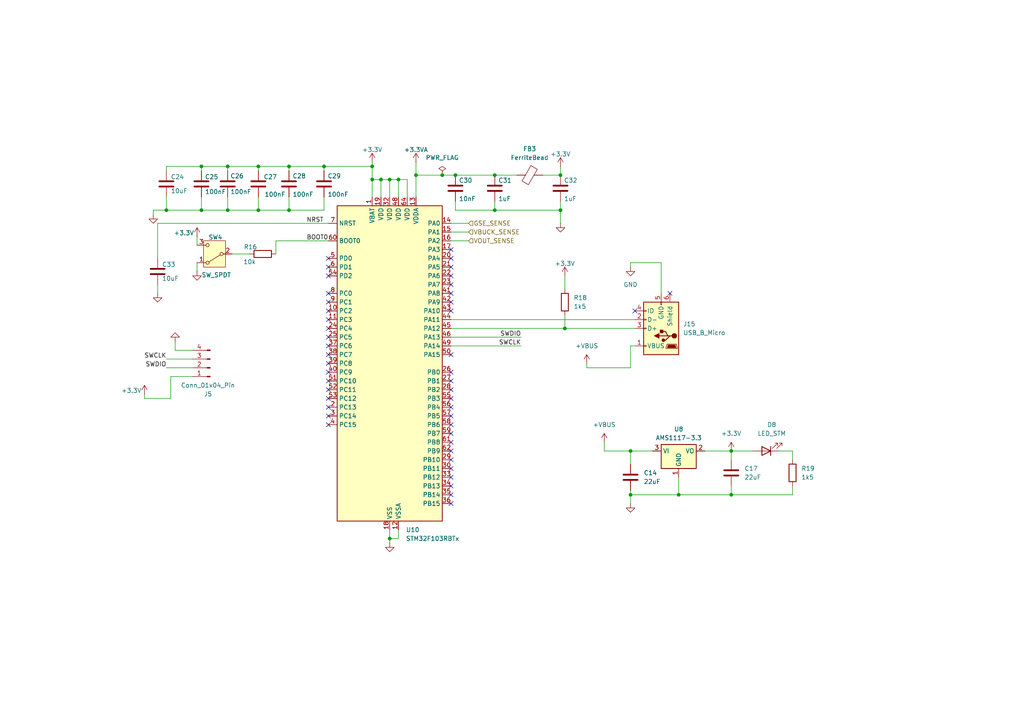
<source format=kicad_sch>
(kicad_sch (version 20250114) (generator "eeschema") (generator_version "9.0")
  (paper "A4")
  (lib_symbols
    (symbol "Connector:Conn_01x04_Pin" (pin_names (offset 1.016) (hide yes))
      (property "Reference" "J" (at 0 5.08 0))
      (property "Value" "Conn_01x04_Pin" (at 0 -7.62 0))
      (symbol "Conn_01x04_Pin_1_1"
        (rectangle (start 0.8636 2.667) (end 0 2.413) (stroke (width 0.1524)) (fill (type outline)))
        (rectangle (start 0.8636 0.127) (end 0 -0.127) (stroke (width 0.1524)) (fill (type outline)))
        (rectangle (start 0.8636 -2.413) (end 0 -2.667) (stroke (width 0.1524)) (fill (type outline)))
        (rectangle (start 0.8636 -4.953) (end 0 -5.207) (stroke (width 0.1524)) (fill (type outline)))
        (polyline (pts (xy 1.27 2.54) (xy 0.8636 2.54)) (stroke (width 0.1524)))
        (polyline (pts (xy 1.27 0) (xy 0.8636 0)) (stroke (width 0.1524)))
        (polyline (pts (xy 1.27 -2.54) (xy 0.8636 -2.54)) (stroke (width 0.1524)))
        (polyline (pts (xy 1.27 -5.08) (xy 0.8636 -5.08)) (stroke (width 0.1524)))
        (pin passive line (at 5.08 2.54 180) (length 3.81) (name "Pin_1") (number "1"))
        (pin passive line (at 5.08 0 180) (length 3.81) (name "Pin_2") (number "2"))
        (pin passive line (at 5.08 -2.54 180) (length 3.81) (name "Pin_3") (number "3"))
        (pin passive line (at 5.08 -5.08 180) (length 3.81) (name "Pin_4") (number "4"))
      )
    )
    (symbol "Connector:USB_B_Micro" (pin_names (offset 1.016))
      (property "Reference" "J" (at -5.08 11.43 0))
      (property "Value" "USB_B_Micro" (at -5.08 8.89 0))
      (symbol "USB_B_Micro_0_1"
        (rectangle (start -5.08 -7.62) (end 5.08 7.62) (stroke (width 0.254)) (fill (type background)))
        (polyline (pts (xy -4.699 5.842) (xy -4.699 5.588) (xy -4.445 4.826) (xy -4.445 4.572) (xy -1.651 4.572) (xy -1.651 4.826) (xy -1.397 5.588) (xy -1.397 5.842) (xy -4.699 5.842)))
        (polyline (pts (xy -4.318 5.588) (xy -1.778 5.588) (xy -2.032 4.826) (xy -4.064 4.826) (xy -4.318 5.588)) (fill (type outline)))
        (circle (center -3.81 2.159) (radius 0.635) (stroke (width 0.254)) (fill (type outline)))
        (polyline (pts (xy -3.175 2.159) (xy -2.54 2.159) (xy -1.27 3.429) (xy -0.635 3.429)) (stroke (width 0.254)))
        (polyline (pts (xy -2.54 2.159) (xy -1.905 2.159) (xy -1.27 0.889) (xy 0 0.889)) (stroke (width 0.254)))
        (polyline (pts (xy -1.905 2.159) (xy 0.635 2.159)) (stroke (width 0.254)))
        (circle (center -0.635 3.429) (radius 0.381) (stroke (width 0.254)) (fill (type outline)))
        (rectangle (start -0.127 -7.62) (end 0.127 -6.858))
        (rectangle (start 0.254 1.27) (end -0.508 0.508) (stroke (width 0.254)) (fill (type outline)))
        (polyline (pts (xy 0.635 2.794) (xy 0.635 1.524) (xy 1.905 2.159) (xy 0.635 2.794)) (stroke (width 0.254)) (fill (type outline)))
        (rectangle (start 5.08 4.953) (end 4.318 5.207))
        (rectangle (start 5.08 -0.127) (end 4.318 0.127))
        (rectangle (start 5.08 -2.667) (end 4.318 -2.413))
        (rectangle (start 5.08 -5.207) (end 4.318 -4.953))
      )
      (symbol "USB_B_Micro_1_1"
        (pin passive line (at -2.54 -10.16 90) (length 2.54) (name "Shield") (number "6"))
        (pin power_out line (at 0 -10.16 90) (length 2.54) (name "GND") (number "5"))
        (pin power_out line (at 7.62 5.08 180) (length 2.54) (name "VBUS") (number "1"))
        (pin bidirectional line (at 7.62 0 180) (length 2.54) (name "D+") (number "3"))
        (pin bidirectional line (at 7.62 -2.54 180) (length 2.54) (name "D-") (number "2"))
        (pin passive line (at 7.62 -5.08 180) (length 2.54) (name "ID") (number "4"))
      )
    )
    (symbol "Device:C" (pin_numbers (hide yes)) (pin_names (offset 0.254))
      (property "Reference" "C" (at 0.635 2.54 0))
      (property "Value" "C" (at 0.635 -2.54 0))
      (symbol "C_0_1"
        (polyline (pts (xy -2.032 0.762) (xy 2.032 0.762)) (stroke (width 0.508)))
        (polyline (pts (xy -2.032 -0.762) (xy 2.032 -0.762)) (stroke (width 0.508)))
      )
      (symbol "C_1_1"
        (pin passive line (at 0 3.81 270) (length 2.794) (name "~") (number "1"))
        (pin passive line (at 0 -3.81 90) (length 2.794) (name "~") (number "2"))
      )
    )
    (symbol "Device:FerriteBead" (pin_numbers (hide yes)) (pin_names (offset 0))
      (property "Reference" "FB" (at -3.81 0.635 90))
      (property "Value" "FerriteBead" (at 3.81 0 90))
      (symbol "FerriteBead_0_1"
        (polyline (pts (xy -2.7686 0.4064) (xy -1.7018 2.2606) (xy 2.7686 -0.3048) (xy 1.6764 -2.159) (xy -2.7686 0.4064)))
        (polyline (pts (xy 0 1.27) (xy 0 1.2954)))
        (polyline (pts (xy 0 -1.27) (xy 0 -1.2192)))
      )
      (symbol "FerriteBead_1_1"
        (pin passive line (at 0 3.81 270) (length 2.54) (name "~") (number "1"))
        (pin passive line (at 0 -3.81 90) (length 2.54) (name "~") (number "2"))
      )
    )
    (symbol "Device:LED" (pin_numbers (hide yes)) (pin_names (offset 1.016) (hide yes))
      (property "Reference" "D" (at 0 2.54 0))
      (property "Value" "LED" (at 0 -2.54 0))
      (symbol "LED_0_1"
        (polyline (pts (xy -3.048 -0.762) (xy -4.572 -2.286) (xy -3.81 -2.286) (xy -4.572 -2.286) (xy -4.572 -1.524)))
        (polyline (pts (xy -1.778 -0.762) (xy -3.302 -2.286) (xy -2.54 -2.286) (xy -3.302 -2.286) (xy -3.302 -1.524)))
        (polyline (pts (xy -1.27 0) (xy 1.27 0)))
        (polyline (pts (xy -1.27 -1.27) (xy -1.27 1.27)) (stroke (width 0.254)))
        (polyline (pts (xy 1.27 -1.27) (xy 1.27 1.27) (xy -1.27 0) (xy 1.27 -1.27)) (stroke (width 0.254)))
      )
      (symbol "LED_1_1"
        (pin passive line (at -3.81 0 0) (length 2.54) (name "K") (number "1"))
        (pin passive line (at 3.81 0 180) (length 2.54) (name "A") (number "2"))
      )
    )
    (symbol "Device:R" (pin_numbers (hide yes)) (pin_names (offset 0))
      (property "Reference" "R" (at 2.032 0 90))
      (property "Value" "R" (at 0 0 90))
      (symbol "R_0_1"
        (rectangle (start -1.016 -2.54) (end 1.016 2.54) (stroke (width 0.254)))
      )
      (symbol "R_1_1"
        (pin passive line (at 0 3.81 270) (length 1.27) (name "~") (number "1"))
        (pin passive line (at 0 -3.81 90) (length 1.27) (name "~") (number "2"))
      )
    )
    (symbol "MCU_ST_STM32F1:STM32F103RBTx"
      (property "Reference" "U" (at -15.24 46.99 0))
      (property "Value" "STM32F103RBTx" (at 10.16 46.99 0))
      (symbol "STM32F103RBTx_0_1"
        (rectangle (start -15.24 -45.72) (end 15.24 45.72) (stroke (width 0.254)) (fill (type background)))
      )
      (symbol "STM32F103RBTx_1_1"
        (pin input line (at -17.78 40.64 0) (length 2.54) (name "NRST") (number "7"))
        (pin input line (at -17.78 35.56 0) (length 2.54) (name "BOOT0") (number "60"))
        (pin bidirectional line (at -17.78 30.48 0) (length 2.54) (name "PD0") (number "5"))
        (pin bidirectional line (at -17.78 27.94 0) (length 2.54) (name "PD1") (number "6"))
        (pin bidirectional line (at -17.78 25.4 0) (length 2.54) (name "PD2") (number "54"))
        (pin bidirectional line (at -17.78 20.32 0) (length 2.54) (name "PC0") (number "8"))
        (pin bidirectional line (at -17.78 17.78 0) (length 2.54) (name "PC1") (number "9"))
        (pin bidirectional line (at -17.78 15.24 0) (length 2.54) (name "PC2") (number "10"))
        (pin bidirectional line (at -17.78 12.7 0) (length 2.54) (name "PC3") (number "11"))
        (pin bidirectional line (at -17.78 10.16 0) (length 2.54) (name "PC4") (number "24"))
        (pin bidirectional line (at -17.78 7.62 0) (length 2.54) (name "PC5") (number "25"))
        (pin bidirectional line (at -17.78 5.08 0) (length 2.54) (name "PC6") (number "37"))
        (pin bidirectional line (at -17.78 2.54 0) (length 2.54) (name "PC7") (number "38"))
        (pin bidirectional line (at -17.78 0 0) (length 2.54) (name "PC8") (number "39"))
        (pin bidirectional line (at -17.78 -2.54 0) (length 2.54) (name "PC9") (number "40"))
        (pin bidirectional line (at -17.78 -5.08 0) (length 2.54) (name "PC10") (number "51"))
        (pin bidirectional line (at -17.78 -7.62 0) (length 2.54) (name "PC11") (number "52"))
        (pin bidirectional line (at -17.78 -10.16 0) (length 2.54) (name "PC12") (number "53"))
        (pin bidirectional line (at -17.78 -12.7 0) (length 2.54) (name "PC13") (number "2"))
        (pin bidirectional line (at -17.78 -15.24 0) (length 2.54) (name "PC14") (number "3"))
        (pin bidirectional line (at -17.78 -17.78 0) (length 2.54) (name "PC15") (number "4"))
        (pin power_in line (at -5.08 48.26 270) (length 2.54) (name "VBAT") (number "1"))
        (pin power_in line (at -2.54 48.26 270) (length 2.54) (name "VDD") (number "19"))
        (pin power_in line (at 0 48.26 270) (length 2.54) (name "VDD") (number "32"))
        (pin power_in line (at 0 -48.26 90) (length 2.54) (name "VSS") (number "18"))
        (pin passive line (at 0 -48.26 90) (length 2.54) (hide yes) (name "VSS") (number "31"))
        (pin passive line (at 0 -48.26 90) (length 2.54) (hide yes) (name "VSS") (number "47"))
        (pin passive line (at 0 -48.26 90) (length 2.54) (hide yes) (name "VSS") (number "63"))
        (pin power_in line (at 2.54 48.26 270) (length 2.54) (name "VDD") (number "48"))
        (pin power_in line (at 2.54 -48.26 90) (length 2.54) (name "VSSA") (number "12"))
        (pin power_in line (at 5.08 48.26 270) (length 2.54) (name "VDD") (number "64"))
        (pin power_in line (at 7.62 48.26 270) (length 2.54) (name "VDDA") (number "13"))
        (pin bidirectional line (at 17.78 40.64 180) (length 2.54) (name "PA0") (number "14"))
        (pin bidirectional line (at 17.78 38.1 180) (length 2.54) (name "PA1") (number "15"))
        (pin bidirectional line (at 17.78 35.56 180) (length 2.54) (name "PA2") (number "16"))
        (pin bidirectional line (at 17.78 33.02 180) (length 2.54) (name "PA3") (number "17"))
        (pin bidirectional line (at 17.78 30.48 180) (length 2.54) (name "PA4") (number "20"))
        (pin bidirectional line (at 17.78 27.94 180) (length 2.54) (name "PA5") (number "21"))
        (pin bidirectional line (at 17.78 25.4 180) (length 2.54) (name "PA6") (number "22"))
        (pin bidirectional line (at 17.78 22.86 180) (length 2.54) (name "PA7") (number "23"))
        (pin bidirectional line (at 17.78 20.32 180) (length 2.54) (name "PA8") (number "41"))
        (pin bidirectional line (at 17.78 17.78 180) (length 2.54) (name "PA9") (number "42"))
        (pin bidirectional line (at 17.78 15.24 180) (length 2.54) (name "PA10") (number "43"))
        (pin bidirectional line (at 17.78 12.7 180) (length 2.54) (name "PA11") (number "44"))
        (pin bidirectional line (at 17.78 10.16 180) (length 2.54) (name "PA12") (number "45"))
        (pin bidirectional line (at 17.78 7.62 180) (length 2.54) (name "PA13") (number "46"))
        (pin bidirectional line (at 17.78 5.08 180) (length 2.54) (name "PA14") (number "49"))
        (pin bidirectional line (at 17.78 2.54 180) (length 2.54) (name "PA15") (number "50"))
        (pin bidirectional line (at 17.78 -2.54 180) (length 2.54) (name "PB0") (number "26"))
        (pin bidirectional line (at 17.78 -5.08 180) (length 2.54) (name "PB1") (number "27"))
        (pin bidirectional line (at 17.78 -7.62 180) (length 2.54) (name "PB2") (number "28"))
        (pin bidirectional line (at 17.78 -10.16 180) (length 2.54) (name "PB3") (number "55"))
        (pin bidirectional line (at 17.78 -12.7 180) (length 2.54) (name "PB4") (number "56"))
        (pin bidirectional line (at 17.78 -15.24 180) (length 2.54) (name "PB5") (number "57"))
        (pin bidirectional line (at 17.78 -17.78 180) (length 2.54) (name "PB6") (number "58"))
        (pin bidirectional line (at 17.78 -20.32 180) (length 2.54) (name "PB7") (number "59"))
        (pin bidirectional line (at 17.78 -22.86 180) (length 2.54) (name "PB8") (number "61"))
        (pin bidirectional line (at 17.78 -25.4 180) (length 2.54) (name "PB9") (number "62"))
        (pin bidirectional line (at 17.78 -27.94 180) (length 2.54) (name "PB10") (number "29"))
        (pin bidirectional line (at 17.78 -30.48 180) (length 2.54) (name "PB11") (number "30"))
        (pin bidirectional line (at 17.78 -33.02 180) (length 2.54) (name "PB12") (number "33"))
        (pin bidirectional line (at 17.78 -35.56 180) (length 2.54) (name "PB13") (number "34"))
        (pin bidirectional line (at 17.78 -38.1 180) (length 2.54) (name "PB14") (number "35"))
        (pin bidirectional line (at 17.78 -40.64 180) (length 2.54) (name "PB15") (number "36"))
      )
    )
    (symbol "Regulator_Linear:AMS1117-3.3"
      (property "Reference" "U" (at -3.81 3.175 0))
      (property "Value" "AMS1117-3.3" (at 0 3.175 0))
      (symbol "AMS1117-3.3_0_1"
        (rectangle (start -5.08 -5.08) (end 5.08 1.905) (stroke (width 0.254)) (fill (type background)))
      )
      (symbol "AMS1117-3.3_1_1"
        (pin power_in line (at -7.62 0 0) (length 2.54) (name "VI") (number "3"))
        (pin power_in line (at 0 -7.62 90) (length 2.54) (name "GND") (number "1"))
        (pin power_out line (at 7.62 0 180) (length 2.54) (name "VO") (number "2"))
      )
    )
    (symbol "Switch:SW_SPDT" (pin_names (offset 0) (hide yes))
      (property "Reference" "SW" (at 0 5.08 0))
      (property "Value" "SW_SPDT" (at 0 -5.08 0))
      (symbol "SW_SPDT_0_1"
        (circle (center -2.032 0) (radius 0.4572))
        (polyline (pts (xy -1.651 0.254) (xy 1.651 2.286)))
        (circle (center 2.032 2.54) (radius 0.4572))
        (circle (center 2.032 -2.54) (radius 0.4572))
      )
      (symbol "SW_SPDT_1_1"
        (rectangle (start -3.175 3.81) (end 3.175 -3.81) (fill (type background)))
        (pin passive line (at -5.08 0 0) (length 2.54) (name "B") (number "2"))
        (pin passive line (at 5.08 2.54 180) (length 2.54) (name "A") (number "1"))
        (pin passive line (at 5.08 -2.54 180) (length 2.54) (name "C") (number "3"))
      )
    )
    (symbol "power:+3.3V" (power) (pin_numbers (hide yes)) (pin_names (offset 0) (hide yes))
      (property "Value" "+3.3V" (at 0 3.556 0))
      (symbol "+3.3V_0_1"
        (polyline (pts (xy -0.762 1.27) (xy 0 2.54)))
        (polyline (pts (xy 0 2.54) (xy 0.762 1.27)))
        (polyline (pts (xy 0 0) (xy 0 2.54)))
      )
      (symbol "+3.3V_1_1"
        (pin power_in line (at 0 0 90) (length 0) (name "~") (number "1"))
      )
    )
    (symbol "power:+3.3VA" (power) (pin_numbers (hide yes)) (pin_names (offset 0) (hide yes))
      (property "Value" "+3.3VA" (at 0 3.556 0))
      (symbol "+3.3VA_0_1"
        (polyline (pts (xy -0.762 1.27) (xy 0 2.54)))
        (polyline (pts (xy 0 2.54) (xy 0.762 1.27)))
        (polyline (pts (xy 0 0) (xy 0 2.54)))
      )
      (symbol "+3.3VA_1_1"
        (pin power_in line (at 0 0 90) (length 0) (name "~") (number "1"))
      )
    )
    (symbol "power:+5V" (power) (pin_numbers (hide yes)) (pin_names (offset 0) (hide yes))
      (property "Value" "+5V" (at 0 3.556 0))
      (symbol "+5V_0_1"
        (polyline (pts (xy -0.762 1.27) (xy 0 2.54)))
        (polyline (pts (xy 0 2.54) (xy 0.762 1.27)))
        (polyline (pts (xy 0 0) (xy 0 2.54)))
      )
      (symbol "+5V_1_1"
        (pin power_in line (at 0 0 90) (length 0) (name "~") (number "1"))
      )
    )
    (symbol "power:+VSW" (power) (pin_numbers (hide yes)) (pin_names (offset 0) (hide yes))
      (property "Value" "+VSW" (at 0 3.556 0))
      (symbol "+VSW_0_1"
        (polyline (pts (xy -0.762 1.27) (xy 0 2.54)))
        (polyline (pts (xy 0 2.54) (xy 0.762 1.27)))
        (polyline (pts (xy 0 0) (xy 0 2.54)))
      )
      (symbol "+VSW_1_1"
        (pin power_in line (at 0 0 90) (length 0) (name "~") (number "1"))
      )
    )
    (symbol "power:GND" (power) (pin_numbers (hide yes)) (pin_names (offset 0) (hide yes))
      (property "Value" "GND" (at 0 -3.81 0))
      (symbol "GND_0_1"
        (polyline (pts (xy 0 0) (xy 0 -1.27) (xy 1.27 -1.27) (xy 0 -2.54) (xy -1.27 -1.27) (xy 0 -1.27)))
      )
      (symbol "GND_1_1"
        (pin power_in line (at 0 0 270) (length 0) (name "~") (number "1"))
      )
    )
    (symbol "power:PWR_FLAG" (power) (pin_numbers (hide yes)) (pin_names (offset 0) (hide yes))
      (property "Value" "PWR_FLAG" (at 0 3.81 0))
      (symbol "PWR_FLAG_0_0"
        (pin power_out line (at 0 0 90) (length 0) (name "~") (number "1"))
      )
      (symbol "PWR_FLAG_0_1"
        (polyline (pts (xy 0 0) (xy 0 1.27) (xy -1.016 1.905) (xy 0 2.54) (xy 1.016 1.905) (xy 0 1.27)))
      )
    )
  )
  (junction (at 74.93 48.26))
  (junction (at 83.82 60.96))
  (junction (at 107.95 48.26))
  (junction (at 113.03 52.07))
  (junction (at 66.04 48.26))
  (junction (at 128.27 50.8))
  (junction (at 83.82 48.26))
  (junction (at 74.93 60.96))
  (junction (at 196.85 143.51))
  (junction (at 162.56 60.96))
  (junction (at 143.51 50.8))
  (junction (at 182.88 130.81))
  (junction (at 58.42 48.26))
  (junction (at 212.09 143.51))
  (junction (at 48.26 60.96))
  (junction (at 107.95 52.07))
  (junction (at 143.51 60.96))
  (junction (at 115.57 52.07))
  (junction (at 120.65 50.8))
  (junction (at 113.03 156.21))
  (junction (at 162.56 50.8))
  (junction (at 132.08 50.8))
  (junction (at 66.04 60.96))
  (junction (at 163.83 95.25))
  (junction (at 58.42 60.96))
  (junction (at 110.49 52.07))
  (junction (at 93.98 48.26))
  (junction (at 182.88 143.51))
  (junction (at 212.09 130.81))
  (no_connect (at 95.25 77.47))
  (no_connect (at 130.81 107.95))
  (no_connect (at 95.25 120.65))
  (no_connect (at 130.81 138.43))
  (no_connect (at 95.25 74.93))
  (no_connect (at 184.15 90.17))
  (no_connect (at 130.81 143.51))
  (no_connect (at 130.81 146.05))
  (no_connect (at 130.81 130.81))
  (no_connect (at 130.81 80.01))
  (no_connect (at 130.81 90.17))
  (no_connect (at 130.81 125.73))
  (no_connect (at 130.81 85.09))
  (no_connect (at 130.81 133.35))
  (no_connect (at 130.81 118.11))
  (no_connect (at 130.81 123.19))
  (no_connect (at 130.81 140.97))
  (no_connect (at 130.81 87.63))
  (no_connect (at 130.81 72.39))
  (no_connect (at 95.25 118.11))
  (no_connect (at 95.25 90.17))
  (no_connect (at 130.81 120.65))
  (no_connect (at 95.25 107.95))
  (no_connect (at 130.81 113.03))
  (no_connect (at 130.81 102.87))
  (no_connect (at 130.81 135.89))
  (no_connect (at 95.25 87.63))
  (no_connect (at 130.81 115.57))
  (no_connect (at 95.25 105.41))
  (no_connect (at 95.25 95.25))
  (no_connect (at 95.25 115.57))
  (no_connect (at 194.31 85.09))
  (no_connect (at 130.81 74.93))
  (no_connect (at 95.25 113.03))
  (no_connect (at 130.81 77.47))
  (no_connect (at 95.25 100.33))
  (no_connect (at 130.81 82.55))
  (no_connect (at 95.25 80.01))
  (no_connect (at 95.25 102.87))
  (no_connect (at 95.25 97.79))
  (no_connect (at 95.25 123.19))
  (no_connect (at 95.25 85.09))
  (no_connect (at 95.25 110.49))
  (no_connect (at 130.81 128.27))
  (no_connect (at 130.81 110.49))
  (no_connect (at 95.25 92.71))
  (wire (pts (xy 196.85 143.51) (xy 212.09 143.51)))
  (wire (pts (xy 113.03 52.07) (xy 110.49 52.07)))
  (wire (pts (xy 55.88 101.6) (xy 50.8 101.6)))
  (wire (pts (xy 57.15 68.58) (xy 57.15 71.12)))
  (wire (pts (xy 66.04 48.26) (xy 74.93 48.26)))
  (wire (pts (xy 45.72 74.93) (xy 45.72 64.77)))
  (wire (pts (xy 48.26 60.96) (xy 58.42 60.96)))
  (wire (pts (xy 226.06 130.81) (xy 229.87 130.81)))
  (wire (pts (xy 162.56 58.42) (xy 162.56 60.96)))
  (wire (pts (xy 162.56 48.26) (xy 162.56 50.8)))
  (wire (pts (xy 93.98 48.26) (xy 107.95 48.26)))
  (wire (pts (xy 80.01 69.85) (xy 80.01 73.66)))
  (wire (pts (xy 44.45 60.96) (xy 44.45 62.23)))
  (wire (pts (xy 107.95 46.99) (xy 107.95 48.26)))
  (wire (pts (xy 163.83 95.25) (xy 184.15 95.25)))
  (wire (pts (xy 130.81 97.79) (xy 151.13 97.79)))
  (wire (pts (xy 120.65 50.8) (xy 128.27 50.8)))
  (wire (pts (xy 182.88 76.2) (xy 182.88 77.47)))
  (wire (pts (xy 83.82 60.96) (xy 83.82 57.15)))
  (wire (pts (xy 115.57 156.21) (xy 113.03 156.21)))
  (wire (pts (xy 83.82 48.26) (xy 83.82 49.53)))
  (wire (pts (xy 229.87 140.97) (xy 229.87 143.51)))
  (wire (pts (xy 55.88 106.68) (xy 48.26 106.68)))
  (wire (pts (xy 118.11 52.07) (xy 115.57 52.07)))
  (wire (pts (xy 115.57 153.67) (xy 115.57 156.21)))
  (wire (pts (xy 55.88 109.22) (xy 49.53 109.22)))
  (wire (pts (xy 66.04 60.96) (xy 66.04 57.15)))
  (wire (pts (xy 41.91 114.3) (xy 41.91 115.57)))
  (wire (pts (xy 110.49 52.07) (xy 107.95 52.07)))
  (wire (pts (xy 229.87 130.81) (xy 229.87 133.35)))
  (wire (pts (xy 115.57 52.07) (xy 113.03 52.07)))
  (wire (pts (xy 93.98 60.96) (xy 83.82 60.96)))
  (wire (pts (xy 130.81 67.31) (xy 135.89 67.31)))
  (wire (pts (xy 58.42 49.53) (xy 58.42 48.26)))
  (wire (pts (xy 212.09 130.81) (xy 218.44 130.81)))
  (wire (pts (xy 157.48 50.8) (xy 162.56 50.8)))
  (wire (pts (xy 143.51 60.96) (xy 162.56 60.96)))
  (wire (pts (xy 55.88 104.14) (xy 48.26 104.14)))
  (wire (pts (xy 115.57 57.15) (xy 115.57 52.07)))
  (wire (pts (xy 130.81 69.85) (xy 135.89 69.85)))
  (wire (pts (xy 182.88 143.51) (xy 196.85 143.51)))
  (wire (pts (xy 48.26 48.26) (xy 58.42 48.26)))
  (wire (pts (xy 58.42 60.96) (xy 58.42 57.15)))
  (wire (pts (xy 229.87 143.51) (xy 212.09 143.51)))
  (wire (pts (xy 132.08 58.42) (xy 132.08 60.96)))
  (wire (pts (xy 196.85 138.43) (xy 196.85 143.51)))
  (wire (pts (xy 44.45 60.96) (xy 48.26 60.96)))
  (wire (pts (xy 48.26 60.96) (xy 48.26 57.15)))
  (wire (pts (xy 120.65 50.8) (xy 120.65 57.15)))
  (wire (pts (xy 128.27 50.8) (xy 132.08 50.8)))
  (wire (pts (xy 182.88 100.33) (xy 184.15 100.33)))
  (wire (pts (xy 107.95 48.26) (xy 107.95 52.07)))
  (wire (pts (xy 175.26 128.27) (xy 175.26 130.81)))
  (wire (pts (xy 163.83 91.44) (xy 163.83 95.25)))
  (wire (pts (xy 93.98 49.53) (xy 93.98 48.26)))
  (wire (pts (xy 182.88 130.81) (xy 182.88 134.62)))
  (wire (pts (xy 163.83 80.01) (xy 163.83 83.82)))
  (wire (pts (xy 113.03 153.67) (xy 113.03 156.21)))
  (wire (pts (xy 130.81 64.77) (xy 135.89 64.77)))
  (wire (pts (xy 50.8 101.6) (xy 50.8 99.06)))
  (wire (pts (xy 113.03 156.21) (xy 113.03 157.48)))
  (wire (pts (xy 162.56 60.96) (xy 162.56 64.77)))
  (wire (pts (xy 41.91 115.57) (xy 49.53 115.57)))
  (wire (pts (xy 58.42 60.96) (xy 66.04 60.96)))
  (wire (pts (xy 212.09 140.97) (xy 212.09 143.51)))
  (wire (pts (xy 107.95 52.07) (xy 107.95 57.15)))
  (wire (pts (xy 189.23 130.81) (xy 182.88 130.81)))
  (wire (pts (xy 66.04 49.53) (xy 66.04 48.26)))
  (wire (pts (xy 45.72 82.55) (xy 45.72 85.09)))
  (wire (pts (xy 130.81 95.25) (xy 163.83 95.25)))
  (wire (pts (xy 132.08 50.8) (xy 143.51 50.8)))
  (wire (pts (xy 130.81 92.71) (xy 184.15 92.71)))
  (wire (pts (xy 120.65 46.99) (xy 120.65 50.8)))
  (wire (pts (xy 57.15 76.2) (xy 57.15 78.74)))
  (wire (pts (xy 118.11 57.15) (xy 118.11 52.07)))
  (wire (pts (xy 143.51 50.8) (xy 149.86 50.8)))
  (wire (pts (xy 191.77 76.2) (xy 182.88 76.2)))
  (wire (pts (xy 204.47 130.81) (xy 212.09 130.81)))
  (wire (pts (xy 170.18 106.68) (xy 182.88 106.68)))
  (wire (pts (xy 175.26 130.81) (xy 182.88 130.81)))
  (wire (pts (xy 74.93 60.96) (xy 74.93 57.15)))
  (wire (pts (xy 49.53 109.22) (xy 49.53 115.57)))
  (wire (pts (xy 143.51 58.42) (xy 143.51 60.96)))
  (wire (pts (xy 67.31 73.66) (xy 72.39 73.66)))
  (wire (pts (xy 132.08 60.96) (xy 143.51 60.96)))
  (wire (pts (xy 212.09 130.81) (xy 212.09 133.35)))
  (wire (pts (xy 182.88 143.51) (xy 182.88 146.05)))
  (wire (pts (xy 95.25 69.85) (xy 80.01 69.85)))
  (wire (pts (xy 83.82 48.26) (xy 93.98 48.26)))
  (wire (pts (xy 130.81 100.33) (xy 151.13 100.33)))
  (wire (pts (xy 182.88 106.68) (xy 182.88 100.33)))
  (wire (pts (xy 48.26 49.53) (xy 48.26 48.26)))
  (wire (pts (xy 45.72 64.77) (xy 95.25 64.77)))
  (wire (pts (xy 74.93 60.96) (xy 83.82 60.96)))
  (wire (pts (xy 66.04 60.96) (xy 74.93 60.96)))
  (wire (pts (xy 74.93 49.53) (xy 74.93 48.26)))
  (wire (pts (xy 113.03 57.15) (xy 113.03 52.07)))
  (wire (pts (xy 58.42 48.26) (xy 66.04 48.26)))
  (wire (pts (xy 191.77 85.09) (xy 191.77 76.2)))
  (wire (pts (xy 93.98 57.15) (xy 93.98 60.96)))
  (wire (pts (xy 110.49 57.15) (xy 110.49 52.07)))
  (wire (pts (xy 170.18 105.41) (xy 170.18 106.68)))
  (wire (pts (xy 182.88 142.24) (xy 182.88 143.51)))
  (wire (pts (xy 74.93 48.26) (xy 83.82 48.26)))
  (label "NRST" (at 88.9 64.77 0))
  (label "SWCLK" (at 48.26 104.14 180))
  (label "SWDIO" (at 48.26 106.68 180))
  (label "SWDIO" (at 151.13 97.79 180))
  (label "SWCLK" (at 151.13 100.33 180))
  (label "BOOT0" (at 88.9 69.85 0))
  (hierarchical_label "GSE_SENSE" (shape input) (at 135.89 64.77 0))
  (hierarchical_label "VOUT_SENSE" (shape input) (at 135.89 69.85 0))
  (hierarchical_label "VBUCK_SENSE" (shape input) (at 135.89 67.31 0))
  (symbol (lib_id "Device:C") (at 74.93 53.34 0) (unit 1)
    (property "Reference" "C27" (at 76.454 51.308 0) (effects (justify left)))
    (property "Value" "100nF" (at 76.708 56.388 0) (effects (justify left)))
    (property "Footprint" "Capacitor_SMD:C_0603_1608Metric" (effects (hide yes)))
    (property "Description" "Unpolarized capacitor" (effects (hide yes)))
  )
  (symbol (lib_id "Device:C") (at 182.88 138.43 180) (unit 1)
    (property "Reference" "C14" (at 186.69 137.1599 0) (effects (justify right)))
    (property "Value" "22uF" (at 186.69 139.6999 0) (effects (justify right)))
    (property "Footprint" "Capacitor_SMD:C_0603_1608Metric" (effects (hide yes)))
    (property "Description" "Unpolarized capacitor" (effects (hide yes)))
  )
  (symbol (lib_id "power:GND") (at 113.03 157.48 0) (unit 1)
    (property "Reference" "#PWR066" (effects (hide yes)))
    (property "Value" "GND" (effects (hide yes)))
    (property "Description" "Power symbol creates a global label with name \"GND\" , ground" (effects (hide yes)))
  )
  (symbol (lib_id "Regulator_Linear:AMS1117-3.3") (at 196.85 130.81 0) (unit 1)
    (property "Reference" "U8" (at 196.85 124.46 0))
    (property "Value" "AMS1117-3.3" (at 196.85 127 0))
    (property "Footprint" "Package_TO_SOT_SMD:SOT-223-3_TabPin2" (effects (hide yes)))
    (property "Datasheet" "http://www.advanced-monolithic.com/pdf/ds1117.pdf" (effects (hide yes)))
    (property "Description" "1A Low Dropout regulator, positive, 3.3V fixed output, SOT-223" (effects (hide yes)))
  )
  (symbol (lib_id "Device:FerriteBead") (at 153.67 50.8 90) (unit 1)
    (property "Reference" "FB3" (at 153.6192 43.18 90))
    (property "Value" "FerriteBead" (at 153.6192 45.72 90))
    (property "Footprint" "Inductor_SMD:L_0603_1608Metric" (effects (hide yes)))
    (property "Description" "Ferrite bead" (effects (hide yes)))
  )
  (symbol (lib_id "Device:R") (at 163.83 87.63 180) (unit 1)
    (property "Reference" "R18" (at 166.37 86.3599 0) (effects (justify right)))
    (property "Value" "1k5" (at 166.37 88.8999 0) (effects (justify right)))
    (property "Footprint" "Resistor_SMD:R_0603_1608Metric" (effects (hide yes)))
    (property "Description" "Resistor" (effects (hide yes)))
  )
  (symbol (lib_id "power:GND") (at 182.88 146.05 0) (unit 1)
    (property "Reference" "#PWR054" (effects (hide yes)))
    (property "Value" "GND" (effects (hide yes)))
    (property "Description" "Power symbol creates a global label with name \"GND\" , ground" (effects (hide yes)))
  )
  (symbol (lib_id "Device:C") (at 58.42 53.34 0) (unit 1)
    (property "Reference" "C25" (at 59.436 51.308 0) (effects (justify left)))
    (property "Value" "100nF" (at 59.436 55.626 0) (effects (justify left)))
    (property "Footprint" "Capacitor_SMD:C_0603_1608Metric" (effects (hide yes)))
    (property "Description" "Unpolarized capacitor" (effects (hide yes)))
  )
  (symbol (lib_id "Device:C") (at 66.04 53.34 0) (unit 1)
    (property "Reference" "C26" (at 66.802 51.054 0) (effects (justify left)))
    (property "Value" "100nF" (at 66.802 55.626 0) (effects (justify left)))
    (property "Footprint" "Capacitor_SMD:C_0603_1608Metric" (effects (hide yes)))
    (property "Description" "Unpolarized capacitor" (effects (hide yes)))
  )
  (symbol (lib_id "Device:C") (at 48.26 53.34 0) (unit 1)
    (property "Reference" "C24" (at 49.53 51.308 0) (effects (justify left)))
    (property "Value" "10uF" (at 49.53 55.372 0) (effects (justify left)))
    (property "Footprint" "Capacitor_SMD:C_0603_1608Metric" (effects (hide yes)))
    (property "Description" "Unpolarized capacitor" (effects (hide yes)))
  )
  (symbol (lib_id "power:GND") (at 57.15 78.74 0) (unit 1)
    (property "Reference" "#PWR064" (effects (hide yes)))
    (property "Value" "GND" (effects (hide yes)))
    (property "Description" "Power symbol creates a global label with name \"GND\" , ground" (effects (hide yes)))
  )
  (symbol (lib_id "power:+5V") (at 175.26 128.27 0) (unit 1)
    (property "Reference" "#PWR048" (effects (hide yes)))
    (property "Value" "+VBUS" (at 175.26 123.19 0))
    (property "Description" "Power symbol creates a global label with name \"+5V\"" (effects (hide yes)))
  )
  (symbol (lib_id "MCU_ST_STM32F1:STM32F103RBTx") (at 113.03 105.41 0) (unit 1)
    (property "Reference" "U10" (at 117.7133 153.67 0) (effects (justify left)))
    (property "Value" "STM32F103RBTx" (at 117.7133 156.21 0) (effects (justify left)))
    (property "Footprint" "Package_QFP:LQFP-64_10x10mm_P0.5mm" (effects (hide yes)))
    (property "Datasheet" "https://www.st.com/resource/en/datasheet/stm32f103rb.pdf" (effects (hide yes)))
    (property "Description" "STMicroelectronics Arm Cortex-M3 MCU, 128KB flash, 20KB RAM, 72 MHz, 2.0-3.6V, 51 GPIO, LQFP64" (effects (hide yes)))
  )
  (symbol (lib_id "power:+3.3V") (at 162.56 48.26 0) (unit 1)
    (property "Reference" "#PWR061" (effects (hide yes)))
    (property "Value" "+3.3V" (at 162.56 44.704 0))
    (property "Description" "Power symbol creates a global label with name \"+3.3V\"" (effects (hide yes)))
  )
  (symbol (lib_id "Device:R") (at 229.87 137.16 180) (unit 1)
    (property "Reference" "R19" (at 232.41 135.8899 0) (effects (justify right)))
    (property "Value" "1k5" (at 232.41 138.4299 0) (effects (justify right)))
    (property "Footprint" "Resistor_SMD:R_0603_1608Metric" (effects (hide yes)))
    (property "Description" "Resistor" (effects (hide yes)))
  )
  (symbol (lib_id "Device:C") (at 143.51 54.61 0) (unit 1)
    (property "Reference" "C31" (at 144.526 52.324 0) (effects (justify left)))
    (property "Value" "1uF" (at 144.526 57.658 0) (effects (justify left)))
    (property "Footprint" "Capacitor_SMD:C_0603_1608Metric" (effects (hide yes)))
    (property "Description" "Unpolarized capacitor" (effects (hide yes)))
  )
  (symbol (lib_id "power:GND") (at 182.88 77.47 0) (unit 1)
    (property "Reference" "#PWR047" (effects (hide yes)))
    (property "Value" "GND" (at 182.88 82.55 0))
    (property "Description" "Power symbol creates a global label with name \"GND\" , ground" (effects (hide yes)))
  )
  (symbol (lib_id "power:PWR_FLAG") (at 128.27 50.8 0) (unit 1)
    (property "Reference" "#FLG03" (effects (hide yes)))
    (property "Value" "PWR_FLAG" (at 128.27 45.72 0))
    (property "Description" "Special symbol for telling ERC where power comes from" (effects (hide yes)))
  )
  (symbol (lib_id "Device:LED") (at 222.25 130.81 180) (unit 1)
    (property "Reference" "D8" (at 223.8375 123.19 0))
    (property "Value" "LED_STM" (at 223.8375 125.73 0))
    (property "Footprint" "Diode_SMD:D_0603_1608Metric" (effects (hide yes)))
    (property "Description" "Light emitting diode" (effects (hide yes)))
    (property "Sim.Pins" "1=K 2=A" (effects (hide yes)))
  )
  (symbol (lib_id "power:+3.3VA") (at 120.65 46.99 0) (unit 1)
    (property "Reference" "#PWR060" (effects (hide yes)))
    (property "Value" "+3.3VA" (at 120.65 43.434 0))
    (property "Description" "Power symbol creates a global label with name \"+3.3VA\"" (effects (hide yes)))
  )
  (symbol (lib_id "power:+3.3V") (at 57.15 68.58 0) (unit 1)
    (property "Reference" "#PWR063" (effects (hide yes)))
    (property "Value" "+3.3V" (at 53.34 67.564 0))
    (property "Description" "Power symbol creates a global label with name \"+3.3V\"" (effects (hide yes)))
  )
  (symbol (lib_id "Device:C") (at 45.72 78.74 0) (unit 1)
    (property "Reference" "C33" (at 46.99 76.708 0) (effects (justify left)))
    (property "Value" "10uF" (at 46.99 80.772 0) (effects (justify left)))
    (property "Footprint" "Capacitor_SMD:C_0603_1608Metric" (effects (hide yes)))
    (property "Description" "Unpolarized capacitor" (effects (hide yes)))
  )
  (symbol (lib_id "power:+3.3V") (at 163.83 80.01 0) (unit 1)
    (property "Reference" "#PWR046" (effects (hide yes)))
    (property "Value" "+3.3V" (at 163.83 76.454 0))
    (property "Description" "Power symbol creates a global label with name \"+3.3V\"" (effects (hide yes)))
  )
  (symbol (lib_id "Device:C") (at 83.82 53.34 0) (unit 1)
    (property "Reference" "C28" (at 84.836 51.054 0) (effects (justify left)))
    (property "Value" "100nF" (at 84.836 56.388 0) (effects (justify left)))
    (property "Footprint" "Capacitor_SMD:C_0603_1608Metric" (effects (hide yes)))
    (property "Description" "Unpolarized capacitor" (effects (hide yes)))
  )
  (symbol (lib_id "power:+3.3V") (at 212.09 130.81 0) (unit 1)
    (property "Reference" "#PWR055" (effects (hide yes)))
    (property "Value" "+3.3V" (at 212.09 125.73 0))
    (property "Description" "Power symbol creates a global label with name \"+3.3V\"" (effects (hide yes)))
  )
  (symbol (lib_id "power:GND") (at 50.8 99.06 180) (unit 1)
    (property "Reference" "#PWR044" (effects (hide yes)))
    (property "Value" "GND" (effects (hide yes)))
    (property "Description" "Power symbol creates a global label with name \"GND\" , ground" (effects (hide yes)))
  )
  (symbol (lib_id "power:+3.3V") (at 41.91 114.3 0) (unit 1)
    (property "Reference" "#PWR067" (effects (hide yes)))
    (property "Value" "+3.3V" (at 38.1 113.284 0))
    (property "Description" "Power symbol creates a global label with name \"+3.3V\"" (effects (hide yes)))
  )
  (symbol (lib_id "Connector:Conn_01x04_Pin") (at 60.96 106.68 180) (unit 1)
    (property "Reference" "J5" (at 60.325 114.3 0))
    (property "Value" "Conn_01x04_Pin" (at 60.325 111.76 0))
    (property "Footprint" "Connector_PinHeader_2.54mm:PinHeader_1x04_P2.54mm_Vertical" (effects (hide yes)))
    (property "Description" "Generic connector, single row, 01x04, script generated" (effects (hide yes)))
  )
  (symbol (lib_id "power:GND") (at 45.72 85.09 0) (unit 1)
    (property "Reference" "#PWR065" (effects (hide yes)))
    (property "Value" "GND" (effects (hide yes)))
    (property "Description" "Power symbol creates a global label with name \"GND\" , ground" (effects (hide yes)))
  )
  (symbol (lib_id "Connector:USB_B_Micro") (at 191.77 95.25 180) (unit 1)
    (property "Reference" "J15" (at 198.12 93.9799 0) (effects (justify right)))
    (property "Value" "USB_B_Micro" (at 198.12 96.5199 0) (effects (justify right)))
    (property "Footprint" "Connector_USB:USB_Micro-AB_Molex_47590-0001" (effects (hide yes)))
    (property "Description" "USB Micro Type B connector" (effects (hide yes)))
  )
  (symbol (lib_id "Device:C") (at 162.56 54.61 0) (unit 1)
    (property "Reference" "C32" (at 163.576 52.324 0) (effects (justify left)))
    (property "Value" "1uF" (at 163.576 57.658 0) (effects (justify left)))
    (property "Footprint" "Capacitor_SMD:C_0603_1608Metric" (effects (hide yes)))
    (property "Description" "Unpolarized capacitor" (effects (hide yes)))
  )
  (symbol (lib_id "Device:C") (at 132.08 54.61 0) (unit 1)
    (property "Reference" "C30" (at 133.096 52.324 0) (effects (justify left)))
    (property "Value" "10nF" (at 133.096 57.658 0) (effects (justify left)))
    (property "Footprint" "Capacitor_SMD:C_0603_1608Metric" (effects (hide yes)))
    (property "Description" "Unpolarized capacitor" (effects (hide yes)))
  )
  (symbol (lib_id "Device:R") (at 76.2 73.66 90) (unit 1)
    (property "Reference" "R16" (at 72.644 71.628 90))
    (property "Value" "10k" (at 72.39 75.946 90))
    (property "Footprint" "Resistor_SMD:R_0603_1608Metric" (effects (hide yes)))
    (property "Description" "Resistor" (effects (hide yes)))
  )
  (symbol (lib_id "Device:C") (at 93.98 53.34 0) (unit 1)
    (property "Reference" "C29" (at 94.996 51.054 0) (effects (justify left)))
    (property "Value" "100nF" (at 94.996 56.388 0) (effects (justify left)))
    (property "Footprint" "Capacitor_SMD:C_0603_1608Metric" (effects (hide yes)))
    (property "Description" "Unpolarized capacitor" (effects (hide yes)))
  )
  (symbol (lib_id "power:+VSW") (at 170.18 105.41 0) (unit 1)
    (property "Reference" "#PWR045" (effects (hide yes)))
    (property "Value" "+VBUS" (at 170.18 100.33 0))
    (property "Description" "Power symbol creates a global label with name \"+VSW\"" (effects (hide yes)))
  )
  (symbol (lib_id "power:GND") (at 162.56 64.77 0) (unit 1)
    (property "Reference" "#PWR062" (effects (hide yes)))
    (property "Value" "GND" (effects (hide yes)))
    (property "Description" "Power symbol creates a global label with name \"GND\" , ground" (effects (hide yes)))
  )
  (symbol (lib_id "Switch:SW_SPDT") (at 62.23 73.66 180) (unit 1)
    (property "Reference" "SW4" (at 62.484 68.834 0))
    (property "Value" "SW_SPDT" (at 62.738 79.756 0))
    (property "Footprint" "Button_Switch_SMD:SW_SPDT_PCM12" (effects (hide yes)))
    (property "Description" "Switch, single pole double throw" (effects (hide yes)))
  )
  (symbol (lib_id "power:GND") (at 44.45 62.23 0) (unit 1)
    (property "Reference" "#PWR059" (effects (hide yes)))
    (property "Value" "GND" (effects (hide yes)))
    (property "Description" "Power symbol creates a global label with name \"GND\" , ground" (effects (hide yes)))
  )
  (symbol (lib_id "Device:C") (at 212.09 137.16 180) (unit 1)
    (property "Reference" "C17" (at 215.9 135.8899 0) (effects (justify right)))
    (property "Value" "22uF" (at 215.9 138.4299 0) (effects (justify right)))
    (property "Footprint" "Capacitor_SMD:C_0603_1608Metric" (effects (hide yes)))
    (property "Description" "Unpolarized capacitor" (effects (hide yes)))
  )
  (symbol (lib_id "power:+3.3V") (at 107.95 46.99 0) (unit 1)
    (property "Reference" "#PWR043" (effects (hide yes)))
    (property "Value" "+3.3V" (at 107.95 43.434 0))
    (property "Description" "Power symbol creates a global label with name \"+3.3V\"" (effects (hide yes)))
  )
)
</source>
